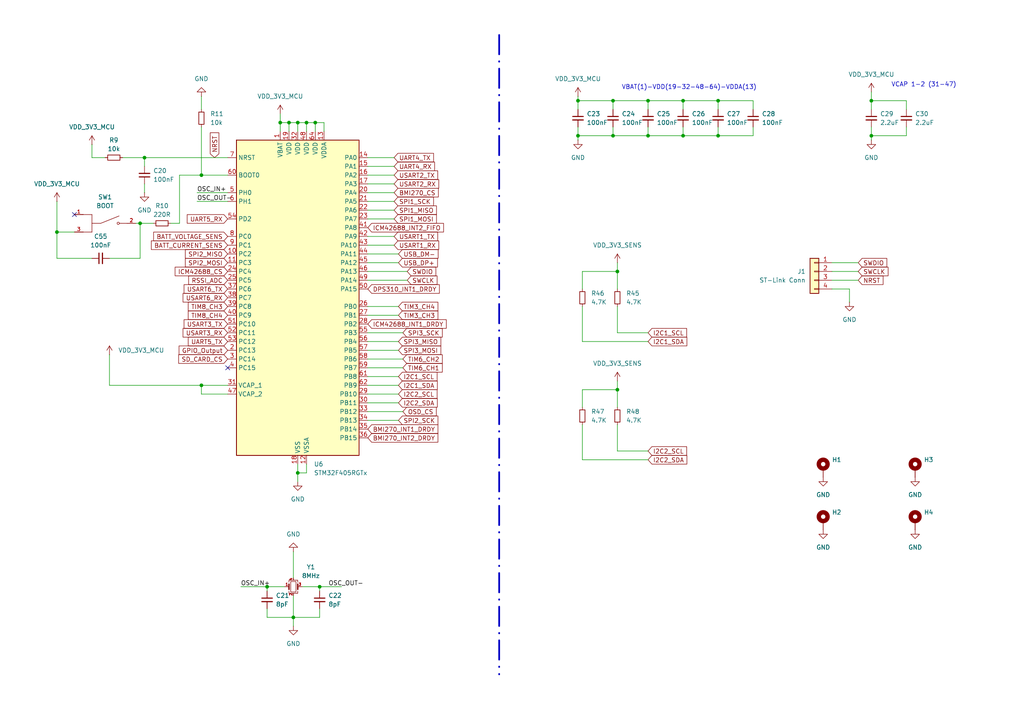
<source format=kicad_sch>
(kicad_sch (version 20250114) (generator "eeschema") (generator_version "9.0")
  (paper "A4")
  (lib_symbols
    (symbol "Connector_Generic:Conn_01x04" (pin_names (offset 1.016) (hide yes))
      (property "Reference" "J" (at 0 5.08 0))
      (property "Value" "Conn_01x04" (at 0 -7.62 0))
      (symbol "Conn_01x04_1_1"
        (rectangle (start -1.27 3.81) (end 1.27 -6.35) (stroke (width 0.254)) (fill (type background)))
        (rectangle (start -1.27 2.667) (end 0 2.413) (stroke (width 0.1524)))
        (rectangle (start -1.27 0.127) (end 0 -0.127) (stroke (width 0.1524)))
        (rectangle (start -1.27 -2.413) (end 0 -2.667) (stroke (width 0.1524)))
        (rectangle (start -1.27 -4.953) (end 0 -5.207) (stroke (width 0.1524)))
        (pin passive line (at -5.08 2.54 0) (length 3.81) (name "Pin_1") (number "1"))
        (pin passive line (at -5.08 0 0) (length 3.81) (name "Pin_2") (number "2"))
        (pin passive line (at -5.08 -2.54 0) (length 3.81) (name "Pin_3") (number "3"))
        (pin passive line (at -5.08 -5.08 0) (length 3.81) (name "Pin_4") (number "4"))
      )
    )
    (symbol "Device:C_Small" (pin_numbers (hide yes)) (pin_names (offset 0.254) (hide yes))
      (property "Reference" "C" (at 0.254 1.778 0))
      (property "Value" "C_Small" (at 0.254 -2.032 0))
      (symbol "C_Small_0_1"
        (polyline (pts (xy -1.524 0.508) (xy 1.524 0.508)) (stroke (width 0.3048)))
        (polyline (pts (xy -1.524 -0.508) (xy 1.524 -0.508)) (stroke (width 0.3302)))
      )
      (symbol "C_Small_1_1"
        (pin passive line (at 0 2.54 270) (length 2.032) (name "~") (number "1"))
        (pin passive line (at 0 -2.54 90) (length 2.032) (name "~") (number "2"))
      )
    )
    (symbol "Device:Crystal_GND24_Small" (pin_names (offset 1.016) (hide yes))
      (property "Reference" "Y" (at 1.27 4.445 0))
      (property "Value" "Crystal_GND24_Small" (at 1.27 2.54 0))
      (symbol "Crystal_GND24_Small_0_1"
        (polyline (pts (xy -1.27 1.27) (xy -1.27 1.905) (xy 1.27 1.905) (xy 1.27 1.27)))
        (polyline (pts (xy -1.27 -0.762) (xy -1.27 0.762)) (stroke (width 0.381)))
        (polyline (pts (xy -1.27 -1.27) (xy -1.27 -1.905) (xy 1.27 -1.905) (xy 1.27 -1.27)))
        (rectangle (start -0.762 -1.524) (end 0.762 1.524))
        (polyline (pts (xy 1.27 -0.762) (xy 1.27 0.762)) (stroke (width 0.381)))
      )
      (symbol "Crystal_GND24_Small_1_1"
        (pin passive line (at -2.54 0 0) (length 1.27) (name "1") (number "1"))
        (pin passive line (at 0 2.54 270) (length 0.635) (name "4") (number "4"))
        (pin passive line (at 0 -2.54 90) (length 0.635) (name "2") (number "2"))
        (pin passive line (at 2.54 0 180) (length 1.27) (name "3") (number "3"))
      )
    )
    (symbol "Device:R_Small" (pin_numbers (hide yes)) (pin_names (offset 0.254) (hide yes))
      (property "Reference" "R" (at 0.762 0.508 0))
      (property "Value" "R_Small" (at 0.762 -1.016 0))
      (symbol "R_Small_0_1"
        (rectangle (start -0.762 1.778) (end 0.762 -1.778) (stroke (width 0.2032)))
      )
      (symbol "R_Small_1_1"
        (pin passive line (at 0 2.54 270) (length 0.762) (name "~") (number "1"))
        (pin passive line (at 0 -2.54 90) (length 0.762) (name "~") (number "2"))
      )
    )
    (symbol "MCU_ST_STM32F4:STM32F405RGTx"
      (property "Reference" "U" (at -17.78 46.99 0))
      (property "Value" "STM32F405RGTx" (at 10.16 46.99 0))
      (symbol "STM32F405RGTx_0_1"
        (rectangle (start -17.78 -45.72) (end 17.78 45.72) (stroke (width 0.254)) (fill (type background)))
      )
      (symbol "STM32F405RGTx_1_1"
        (pin input line (at -20.32 40.64 0) (length 2.54) (name "NRST") (number "7"))
        (pin input line (at -20.32 35.56 0) (length 2.54) (name "BOOT0") (number "60"))
        (pin bidirectional line (at -20.32 30.48 0) (length 2.54) (name "PH0") (number "5"))
        (pin bidirectional line (at -20.32 27.94 0) (length 2.54) (name "PH1") (number "6"))
        (pin bidirectional line (at -20.32 22.86 0) (length 2.54) (name "PD2") (number "54"))
        (pin bidirectional line (at -20.32 17.78 0) (length 2.54) (name "PC0") (number "8"))
        (pin bidirectional line (at -20.32 15.24 0) (length 2.54) (name "PC1") (number "9"))
        (pin bidirectional line (at -20.32 12.7 0) (length 2.54) (name "PC2") (number "10"))
        (pin bidirectional line (at -20.32 10.16 0) (length 2.54) (name "PC3") (number "11"))
        (pin bidirectional line (at -20.32 7.62 0) (length 2.54) (name "PC4") (number "24"))
        (pin bidirectional line (at -20.32 5.08 0) (length 2.54) (name "PC5") (number "25"))
        (pin bidirectional line (at -20.32 2.54 0) (length 2.54) (name "PC6") (number "37"))
        (pin bidirectional line (at -20.32 0 0) (length 2.54) (name "PC7") (number "38"))
        (pin bidirectional line (at -20.32 -2.54 0) (length 2.54) (name "PC8") (number "39"))
        (pin bidirectional line (at -20.32 -5.08 0) (length 2.54) (name "PC9") (number "40"))
        (pin bidirectional line (at -20.32 -7.62 0) (length 2.54) (name "PC10") (number "51"))
        (pin bidirectional line (at -20.32 -10.16 0) (length 2.54) (name "PC11") (number "52"))
        (pin bidirectional line (at -20.32 -12.7 0) (length 2.54) (name "PC12") (number "53"))
        (pin bidirectional line (at -20.32 -15.24 0) (length 2.54) (name "PC13") (number "2"))
        (pin bidirectional line (at -20.32 -17.78 0) (length 2.54) (name "PC14") (number "3"))
        (pin bidirectional line (at -20.32 -20.32 0) (length 2.54) (name "PC15") (number "4"))
        (pin power_out line (at -20.32 -25.4 0) (length 2.54) (name "VCAP_1") (number "31"))
        (pin power_out line (at -20.32 -27.94 0) (length 2.54) (name "VCAP_2") (number "47"))
        (pin power_in line (at -5.08 48.26 270) (length 2.54) (name "VBAT") (number "1"))
        (pin power_in line (at -2.54 48.26 270) (length 2.54) (name "VDD") (number "19"))
        (pin power_in line (at 0 48.26 270) (length 2.54) (name "VDD") (number "32"))
        (pin power_in line (at 0 -48.26 90) (length 2.54) (name "VSS") (number "18"))
        (pin passive line (at 0 -48.26 90) (length 2.54) (hide yes) (name "VSS") (number "63"))
        (pin power_in line (at 2.54 48.26 270) (length 2.54) (name "VDD") (number "48"))
        (pin power_in line (at 2.54 -48.26 90) (length 2.54) (name "VSSA") (number "12"))
        (pin power_in line (at 5.08 48.26 270) (length 2.54) (name "VDD") (number "64"))
        (pin power_in line (at 7.62 48.26 270) (length 2.54) (name "VDDA") (number "13"))
        (pin bidirectional line (at 20.32 40.64 180) (length 2.54) (name "PA0") (number "14"))
        (pin bidirectional line (at 20.32 38.1 180) (length 2.54) (name "PA1") (number "15"))
        (pin bidirectional line (at 20.32 35.56 180) (length 2.54) (name "PA2") (number "16"))
        (pin bidirectional line (at 20.32 33.02 180) (length 2.54) (name "PA3") (number "17"))
        (pin bidirectional line (at 20.32 30.48 180) (length 2.54) (name "PA4") (number "20"))
        (pin bidirectional line (at 20.32 27.94 180) (length 2.54) (name "PA5") (number "21"))
        (pin bidirectional line (at 20.32 25.4 180) (length 2.54) (name "PA6") (number "22"))
        (pin bidirectional line (at 20.32 22.86 180) (length 2.54) (name "PA7") (number "23"))
        (pin bidirectional line (at 20.32 20.32 180) (length 2.54) (name "PA8") (number "41"))
        (pin bidirectional line (at 20.32 17.78 180) (length 2.54) (name "PA9") (number "42"))
        (pin bidirectional line (at 20.32 15.24 180) (length 2.54) (name "PA10") (number "43"))
        (pin bidirectional line (at 20.32 12.7 180) (length 2.54) (name "PA11") (number "44"))
        (pin bidirectional line (at 20.32 10.16 180) (length 2.54) (name "PA12") (number "45"))
        (pin bidirectional line (at 20.32 7.62 180) (length 2.54) (name "PA13") (number "46"))
        (pin bidirectional line (at 20.32 5.08 180) (length 2.54) (name "PA14") (number "49"))
        (pin bidirectional line (at 20.32 2.54 180) (length 2.54) (name "PA15") (number "50"))
        (pin bidirectional line (at 20.32 -2.54 180) (length 2.54) (name "PB0") (number "26"))
        (pin bidirectional line (at 20.32 -5.08 180) (length 2.54) (name "PB1") (number "27"))
        (pin bidirectional line (at 20.32 -7.62 180) (length 2.54) (name "PB2") (number "28"))
        (pin bidirectional line (at 20.32 -10.16 180) (length 2.54) (name "PB3") (number "55"))
        (pin bidirectional line (at 20.32 -12.7 180) (length 2.54) (name "PB4") (number "56"))
        (pin bidirectional line (at 20.32 -15.24 180) (length 2.54) (name "PB5") (number "57"))
        (pin bidirectional line (at 20.32 -17.78 180) (length 2.54) (name "PB6") (number "58"))
        (pin bidirectional line (at 20.32 -20.32 180) (length 2.54) (name "PB7") (number "59"))
        (pin bidirectional line (at 20.32 -22.86 180) (length 2.54) (name "PB8") (number "61"))
        (pin bidirectional line (at 20.32 -25.4 180) (length 2.54) (name "PB9") (number "62"))
        (pin bidirectional line (at 20.32 -27.94 180) (length 2.54) (name "PB10") (number "29"))
        (pin bidirectional line (at 20.32 -30.48 180) (length 2.54) (name "PB11") (number "30"))
        (pin bidirectional line (at 20.32 -33.02 180) (length 2.54) (name "PB12") (number "33"))
        (pin bidirectional line (at 20.32 -35.56 180) (length 2.54) (name "PB13") (number "34"))
        (pin bidirectional line (at 20.32 -38.1 180) (length 2.54) (name "PB14") (number "35"))
        (pin bidirectional line (at 20.32 -40.64 180) (length 2.54) (name "PB15") (number "36"))
      )
    )
    (symbol "Mechanical:MountingHole_Pad" (pin_numbers (hide yes)) (pin_names (offset 1.016) (hide yes)) (in_bom no)
      (property "Reference" "H" (at 0 6.35 0))
      (property "Value" "MountingHole_Pad" (at 0 4.445 0))
      (symbol "MountingHole_Pad_0_1"
        (circle (center 0 1.27) (radius 1.27) (stroke (width 1.27)))
      )
      (symbol "MountingHole_Pad_1_1"
        (pin input line (at 0 -2.54 90) (length 2.54) (name "1") (number "1"))
      )
    )
    (symbol "TL3340AF160QG:TL3340AF160QG" (pin_names (offset 1.016))
      (property "Reference" "S" (at -2.54 2.54 0))
      (property "Value" "TL3340AF160QG" (at -2.54 -2.54 0))
      (symbol "TL3340AF160QG_0_0"
        (polyline (pts (xy -5.08 2.54) (xy -7.62 2.54)) (stroke (width 0.1524)))
        (polyline (pts (xy -5.08 2.54) (xy -5.08 -2.54)) (stroke (width 0.1524)))
        (polyline (pts (xy -5.08 -2.54) (xy -7.62 -2.54)) (stroke (width 0.1524)))
        (polyline (pts (xy -2.54 0) (xy -5.08 0)) (stroke (width 0.1524)))
        (polyline (pts (xy -2.54 0) (xy 2.794 2.1336)) (stroke (width 0.1524)))
        (circle (center 2.54 0) (radius 0.3302) (stroke (width 0.1524)))
        (polyline (pts (xy 5.08 0) (xy 2.921 0)) (stroke (width 0.1524)))
        (pin passive line (at -10.16 2.54 0) (length 2.54) (name "~") (number "1"))
        (pin passive line (at -10.16 -2.54 0) (length 2.54) (name "~") (number "3"))
        (pin passive line (at 7.62 0 180) (length 2.54) (name "~") (number "2"))
      )
    )
    (symbol "power:GND" (power) (pin_numbers (hide yes)) (pin_names (offset 0) (hide yes))
      (property "Value" "GND" (at 0 -3.81 0))
      (symbol "GND_0_1"
        (polyline (pts (xy 0 0) (xy 0 -1.27) (xy 1.27 -1.27) (xy 0 -2.54) (xy -1.27 -1.27) (xy 0 -1.27)))
      )
      (symbol "GND_1_1"
        (pin power_in line (at 0 0 270) (length 0) (name "~") (number "1"))
      )
    )
    (symbol "power:VCC" (power) (pin_numbers (hide yes)) (pin_names (offset 0) (hide yes))
      (property "Value" "VCC" (at 0 3.556 0))
      (symbol "VCC_0_1"
        (polyline (pts (xy -0.762 1.27) (xy 0 2.54)))
        (polyline (pts (xy 0 2.54) (xy 0.762 1.27)))
        (polyline (pts (xy 0 0) (xy 0 2.54)))
      )
      (symbol "VCC_1_1"
        (pin power_in line (at 0 0 90) (length 0) (name "~") (number "1"))
      )
    )
  )
  (text "VBAT(1)-VDD(19-32-48-64)-VDDA(13)" (at 199.898 25.4 0) (effects (font (size 1.27 1.27))))
  (text "VCAP 1-2 (31-47)" (at 267.97 24.638 0) (effects (font (size 1.27 1.27))))
  (junction (at 58.42 111.76))
  (junction (at 167.64 39.37))
  (junction (at 86.36 35.56))
  (junction (at 187.96 29.21))
  (junction (at 16.51 67.31))
  (junction (at 208.28 29.21))
  (junction (at 85.09 179.07))
  (junction (at 88.9 35.56))
  (junction (at 252.73 39.37))
  (junction (at 167.64 29.21))
  (junction (at 91.44 35.56))
  (junction (at 198.12 39.37))
  (junction (at 40.64 64.77))
  (junction (at 86.36 137.16))
  (junction (at 58.42 50.8))
  (junction (at 179.07 78.74))
  (junction (at 92.71 170.18))
  (junction (at 252.73 29.21))
  (junction (at 198.12 29.21))
  (junction (at 179.07 113.03))
  (junction (at 177.8 39.37))
  (junction (at 77.47 170.18))
  (junction (at 41.91 45.72))
  (junction (at 83.82 35.56))
  (junction (at 208.28 39.37))
  (junction (at 177.8 29.21))
  (junction (at 81.28 35.56))
  (junction (at 187.96 39.37))
  (no_connect (at 66.04 106.68))
  (no_connect (at 21.59 62.23))
  (wire (pts (xy 58.42 27.94) (xy 58.42 31.75)))
  (wire (pts (xy 168.91 83.82) (xy 168.91 78.74)))
  (wire (pts (xy 252.73 39.37) (xy 252.73 40.64)))
  (wire (pts (xy 66.04 114.3) (xy 58.42 114.3)))
  (wire (pts (xy 208.28 29.21) (xy 198.12 29.21)))
  (wire (pts (xy 41.91 53.34) (xy 41.91 55.88)))
  (wire (pts (xy 179.07 78.74) (xy 179.07 83.82)))
  (wire (pts (xy 83.82 35.56) (xy 81.28 35.56)))
  (wire (pts (xy 40.64 64.77) (xy 39.37 64.77)))
  (wire (pts (xy 114.3 55.88) (xy 106.68 55.88)))
  (wire (pts (xy 106.68 96.52) (xy 116.84 96.52)))
  (wire (pts (xy 115.57 116.84) (xy 106.68 116.84)))
  (wire (pts (xy 81.28 35.56) (xy 81.28 38.1)))
  (wire (pts (xy 198.12 39.37) (xy 187.96 39.37)))
  (wire (pts (xy 115.57 99.06) (xy 106.68 99.06)))
  (wire (pts (xy 115.57 109.22) (xy 106.68 109.22)))
  (wire (pts (xy 187.96 29.21) (xy 177.8 29.21)))
  (wire (pts (xy 177.8 29.21) (xy 167.64 29.21)))
  (wire (pts (xy 86.36 35.56) (xy 83.82 35.56)))
  (wire (pts (xy 86.36 134.62) (xy 86.36 137.16)))
  (wire (pts (xy 246.38 83.82) (xy 246.38 87.63)))
  (wire (pts (xy 168.91 118.11) (xy 168.91 113.03)))
  (wire (pts (xy 116.84 104.14) (xy 106.68 104.14)))
  (wire (pts (xy 179.07 130.81) (xy 187.96 130.81)))
  (wire (pts (xy 241.3 83.82) (xy 246.38 83.82)))
  (wire (pts (xy 31.75 74.93) (xy 40.64 74.93)))
  (wire (pts (xy 115.57 121.92) (xy 106.68 121.92)))
  (wire (pts (xy 252.73 29.21) (xy 252.73 31.75)))
  (wire (pts (xy 114.3 63.5) (xy 106.68 63.5)))
  (wire (pts (xy 262.89 29.21) (xy 252.73 29.21)))
  (wire (pts (xy 114.3 68.58) (xy 106.68 68.58)))
  (wire (pts (xy 252.73 36.83) (xy 252.73 39.37)))
  (wire (pts (xy 168.91 78.74) (xy 179.07 78.74)))
  (wire (pts (xy 167.64 36.83) (xy 167.64 39.37)))
  (wire (pts (xy 114.3 60.96) (xy 106.68 60.96)))
  (wire (pts (xy 86.36 38.1) (xy 86.36 35.56)))
  (wire (pts (xy 177.8 39.37) (xy 167.64 39.37)))
  (wire (pts (xy 91.44 38.1) (xy 91.44 35.56)))
  (wire (pts (xy 52.07 50.8) (xy 52.07 64.77)))
  (wire (pts (xy 85.09 172.72) (xy 85.09 179.07)))
  (wire (pts (xy 16.51 74.93) (xy 26.67 74.93)))
  (wire (pts (xy 114.3 53.34) (xy 106.68 53.34)))
  (wire (pts (xy 167.64 29.21) (xy 167.64 31.75)))
  (wire (pts (xy 187.96 31.75) (xy 187.96 29.21)))
  (wire (pts (xy 88.9 137.16) (xy 86.36 137.16)))
  (wire (pts (xy 168.91 99.06) (xy 168.91 88.9)))
  (wire (pts (xy 52.07 50.8) (xy 58.42 50.8)))
  (wire (pts (xy 31.75 111.76) (xy 31.75 102.87)))
  (wire (pts (xy 114.3 58.42) (xy 106.68 58.42)))
  (wire (pts (xy 58.42 114.3) (xy 58.42 111.76)))
  (wire (pts (xy 16.51 67.31) (xy 16.51 74.93)))
  (wire (pts (xy 167.64 27.94) (xy 167.64 29.21)))
  (wire (pts (xy 40.64 64.77) (xy 44.45 64.77)))
  (wire (pts (xy 16.51 67.31) (xy 21.59 67.31)))
  (wire (pts (xy 92.71 170.18) (xy 99.06 170.18)))
  (wire (pts (xy 187.96 36.83) (xy 187.96 39.37)))
  (wire (pts (xy 85.09 179.07) (xy 77.47 179.07)))
  (wire (pts (xy 114.3 50.8) (xy 106.68 50.8)))
  (wire (pts (xy 177.8 36.83) (xy 177.8 39.37)))
  (wire (pts (xy 262.89 36.83) (xy 262.89 39.37)))
  (wire (pts (xy 179.07 76.2) (xy 179.07 78.74)))
  (wire (pts (xy 262.89 39.37) (xy 252.73 39.37)))
  (wire (pts (xy 115.57 73.66) (xy 106.68 73.66)))
  (wire (pts (xy 93.98 35.56) (xy 91.44 35.56)))
  (wire (pts (xy 198.12 29.21) (xy 187.96 29.21)))
  (wire (pts (xy 115.57 114.3) (xy 106.68 114.3)))
  (wire (pts (xy 167.64 39.37) (xy 167.64 40.64)))
  (wire (pts (xy 106.68 91.44) (xy 115.57 91.44)))
  (wire (pts (xy 187.96 99.06) (xy 168.91 99.06)))
  (wire (pts (xy 218.44 31.75) (xy 218.44 29.21)))
  (wire (pts (xy 241.3 81.28) (xy 248.92 81.28)))
  (wire (pts (xy 41.91 45.72) (xy 66.04 45.72)))
  (wire (pts (xy 57.15 58.42) (xy 66.04 58.42)))
  (wire (pts (xy 77.47 179.07) (xy 77.47 176.53)))
  (wire (pts (xy 179.07 113.03) (xy 179.07 118.11)))
  (wire (pts (xy 208.28 39.37) (xy 198.12 39.37)))
  (wire (pts (xy 115.57 111.76) (xy 106.68 111.76)))
  (wire (pts (xy 179.07 123.19) (xy 179.07 130.81)))
  (wire (pts (xy 218.44 39.37) (xy 208.28 39.37)))
  (wire (pts (xy 92.71 176.53) (xy 92.71 179.07)))
  (wire (pts (xy 198.12 31.75) (xy 198.12 29.21)))
  (wire (pts (xy 262.89 31.75) (xy 262.89 29.21)))
  (wire (pts (xy 187.96 133.35) (xy 168.91 133.35)))
  (wire (pts (xy 26.67 41.91) (xy 26.67 45.72)))
  (wire (pts (xy 241.3 76.2) (xy 248.92 76.2)))
  (wire (pts (xy 252.73 26.67) (xy 252.73 29.21)))
  (wire (pts (xy 168.91 113.03) (xy 179.07 113.03)))
  (wire (pts (xy 88.9 38.1) (xy 88.9 35.56)))
  (wire (pts (xy 115.57 101.6) (xy 106.68 101.6)))
  (wire (pts (xy 114.3 71.12) (xy 106.68 71.12)))
  (wire (pts (xy 91.44 35.56) (xy 88.9 35.56)))
  (wire (pts (xy 115.57 88.9) (xy 106.68 88.9)))
  (wire (pts (xy 179.07 88.9) (xy 179.07 96.52)))
  (wire (pts (xy 92.71 179.07) (xy 85.09 179.07)))
  (wire (pts (xy 81.28 33.02) (xy 81.28 35.56)))
  (wire (pts (xy 241.3 78.74) (xy 248.92 78.74)))
  (wire (pts (xy 177.8 31.75) (xy 177.8 29.21)))
  (wire (pts (xy 92.71 170.18) (xy 92.71 171.45)))
  (wire (pts (xy 82.55 170.18) (xy 77.47 170.18)))
  (wire (pts (xy 26.67 45.72) (xy 30.48 45.72)))
  (wire (pts (xy 57.15 55.88) (xy 66.04 55.88)))
  (wire (pts (xy 179.07 96.52) (xy 187.96 96.52)))
  (wire (pts (xy 114.3 48.26) (xy 106.68 48.26)))
  (wire (pts (xy 116.84 106.68) (xy 106.68 106.68)))
  (wire (pts (xy 58.42 36.83) (xy 58.42 50.8)))
  (polyline (pts (xy 144.78 10.16) (xy 144.78 195.58)) (stroke (width 0.508) (type dash_dot)))
  (wire (pts (xy 66.04 111.76) (xy 58.42 111.76)))
  (wire (pts (xy 77.47 170.18) (xy 77.47 171.45)))
  (wire (pts (xy 52.07 64.77) (xy 49.53 64.77)))
  (wire (pts (xy 86.36 137.16) (xy 86.36 139.7)))
  (wire (pts (xy 83.82 38.1) (xy 83.82 35.56)))
  (wire (pts (xy 218.44 29.21) (xy 208.28 29.21)))
  (wire (pts (xy 85.09 160.02) (xy 85.09 167.64)))
  (wire (pts (xy 187.96 39.37) (xy 177.8 39.37)))
  (wire (pts (xy 93.98 38.1) (xy 93.98 35.56)))
  (wire (pts (xy 85.09 179.07) (xy 85.09 181.61)))
  (wire (pts (xy 208.28 36.83) (xy 208.28 39.37)))
  (wire (pts (xy 208.28 31.75) (xy 208.28 29.21)))
  (wire (pts (xy 179.07 110.49) (xy 179.07 113.03)))
  (wire (pts (xy 116.84 119.38) (xy 106.68 119.38)))
  (wire (pts (xy 58.42 111.76) (xy 31.75 111.76)))
  (wire (pts (xy 87.63 170.18) (xy 92.71 170.18)))
  (wire (pts (xy 114.3 45.72) (xy 106.68 45.72)))
  (wire (pts (xy 218.44 36.83) (xy 218.44 39.37)))
  (wire (pts (xy 198.12 36.83) (xy 198.12 39.37)))
  (wire (pts (xy 40.64 64.77) (xy 40.64 74.93)))
  (wire (pts (xy 118.11 78.74) (xy 106.68 78.74)))
  (wire (pts (xy 41.91 45.72) (xy 41.91 48.26)))
  (wire (pts (xy 58.42 50.8) (xy 66.04 50.8)))
  (wire (pts (xy 35.56 45.72) (xy 41.91 45.72)))
  (wire (pts (xy 106.68 81.28) (xy 118.11 81.28)))
  (wire (pts (xy 69.85 170.18) (xy 77.47 170.18)))
  (wire (pts (xy 88.9 35.56) (xy 86.36 35.56)))
  (wire (pts (xy 106.68 76.2) (xy 115.57 76.2)))
  (wire (pts (xy 16.51 67.31) (xy 16.51 58.42)))
  (wire (pts (xy 168.91 133.35) (xy 168.91 123.19)))
  (wire (pts (xy 88.9 134.62) (xy 88.9 137.16)))
  (label "OSC_OUT-" (at 95.25 170.18 0))
  (label "OSC_IN+" (at 57.15 55.88 0))
  (label "OSC_OUT-" (at 57.15 58.42 0))
  (label "OSC_IN+" (at 69.85 170.18 0))
  (global_label "BATT_VOLTAGE_SENS" (shape input) (at 66.04 68.58 180) (property "Intersheetrefs" "${INTERSHEET_REFS}" (effects (hide yes))))
  (global_label "I2C1_SCL" (shape input) (at 187.96 96.52 0) (property "Intersheetrefs" "${INTERSHEET_REFS}" (effects (hide yes))))
  (global_label "TIM6_CH1" (shape input) (at 116.84 106.68 0) (property "Intersheetrefs" "${INTERSHEET_REFS}" (effects (hide yes))))
  (global_label "I2C1_SDA" (shape input) (at 115.57 111.76 0) (property "Intersheetrefs" "${INTERSHEET_REFS}" (effects (hide yes))))
  (global_label "NRST" (shape input) (at 248.92 81.28 0) (property "Intersheetrefs" "${INTERSHEET_REFS}" (effects (hide yes))))
  (global_label "I2C1_SCL" (shape input) (at 115.57 109.22 0) (property "Intersheetrefs" "${INTERSHEET_REFS}" (effects (hide yes))))
  (global_label "UART4_RX" (shape input) (at 114.3 48.26 0) (property "Intersheetrefs" "${INTERSHEET_REFS}" (effects (hide yes))))
  (global_label "SPI2_SCK" (shape input) (at 115.57 121.92 0) (property "Intersheetrefs" "${INTERSHEET_REFS}" (effects (hide yes))))
  (global_label "GPIO_Output" (shape input) (at 66.04 101.6 180) (property "Intersheetrefs" "${INTERSHEET_REFS}" (effects (hide yes))))
  (global_label "USART3_RX" (shape input) (at 66.04 96.52 180) (property "Intersheetrefs" "${INTERSHEET_REFS}" (effects (hide yes))))
  (global_label "TIM8_CH3" (shape input) (at 66.04 88.9 180) (property "Intersheetrefs" "${INTERSHEET_REFS}" (effects (hide yes))))
  (global_label "USART6_TX" (shape input) (at 66.04 83.82 180) (property "Intersheetrefs" "${INTERSHEET_REFS}" (effects (hide yes))))
  (global_label "USART3_TX" (shape input) (at 66.04 93.98 180) (property "Intersheetrefs" "${INTERSHEET_REFS}" (effects (hide yes))))
  (global_label "RSSI_ADC" (shape input) (at 66.04 81.28 180) (property "Intersheetrefs" "${INTERSHEET_REFS}" (effects (hide yes))))
  (global_label "SWCLK" (shape input) (at 248.92 78.74 0) (property "Intersheetrefs" "${INTERSHEET_REFS}" (effects (hide yes))))
  (global_label "SWDIO" (shape input) (at 248.92 76.2 0) (property "Intersheetrefs" "${INTERSHEET_REFS}" (effects (hide yes))))
  (global_label "USART2_RX" (shape input) (at 114.3 53.34 0) (property "Intersheetrefs" "${INTERSHEET_REFS}" (effects (hide yes))))
  (global_label "SD_CARD_CS" (shape input) (at 66.04 104.14 180) (property "Intersheetrefs" "${INTERSHEET_REFS}" (effects (hide yes))))
  (global_label "BMI270_INT1_DRDY" (shape input) (at 106.68 124.46 0) (property "Intersheetrefs" "${INTERSHEET_REFS}" (effects (hide yes))))
  (global_label "ICM42688_CS" (shape input) (at 66.04 78.74 180) (property "Intersheetrefs" "${INTERSHEET_REFS}" (effects (hide yes))))
  (global_label "SPI3_MOSI" (shape input) (at 115.57 101.6 0) (property "Intersheetrefs" "${INTERSHEET_REFS}" (effects (hide yes))))
  (global_label "USART6_RX" (shape input) (at 66.04 86.36 180) (property "Intersheetrefs" "${INTERSHEET_REFS}" (effects (hide yes))))
  (global_label "UART5_RX" (shape input) (at 66.04 63.5 180) (property "Intersheetrefs" "${INTERSHEET_REFS}" (effects (hide yes))))
  (global_label "SWCLK" (shape input) (at 118.11 81.28 0) (property "Intersheetrefs" "${INTERSHEET_REFS}" (effects (hide yes))))
  (global_label "NRST" (shape input) (at 62.23 45.72 90) (property "Intersheetrefs" "${INTERSHEET_REFS}" (effects (hide yes))))
  (global_label "TIM6_CH2" (shape input) (at 116.84 104.14 0) (property "Intersheetrefs" "${INTERSHEET_REFS}" (effects (hide yes))))
  (global_label "BATT_CURRENT_SENS" (shape input) (at 66.04 71.12 180) (property "Intersheetrefs" "${INTERSHEET_REFS}" (effects (hide yes))))
  (global_label "SPI2_MISO" (shape input) (at 66.04 73.66 180) (property "Intersheetrefs" "${INTERSHEET_REFS}" (effects (hide yes))))
  (global_label "SPI3_SCK" (shape input) (at 116.84 96.52 0) (property "Intersheetrefs" "${INTERSHEET_REFS}" (effects (hide yes))))
  (global_label "USART1_RX" (shape input) (at 114.3 71.12 0) (property "Intersheetrefs" "${INTERSHEET_REFS}" (effects (hide yes))))
  (global_label "SPI2_MOSI" (shape input) (at 66.04 76.2 180) (property "Intersheetrefs" "${INTERSHEET_REFS}" (effects (hide yes))))
  (global_label "DPS310_INT1_DRDY" (shape input) (at 106.68 83.82 0) (property "Intersheetrefs" "${INTERSHEET_REFS}" (effects (hide yes))))
  (global_label "BMI270_CS" (shape input) (at 114.3 55.88 0) (property "Intersheetrefs" "${INTERSHEET_REFS}" (effects (hide yes))))
  (global_label "I2C1_SDA" (shape input) (at 187.96 99.06 0) (property "Intersheetrefs" "${INTERSHEET_REFS}" (effects (hide yes))))
  (global_label "I2C2_SCL" (shape input) (at 115.57 114.3 0) (property "Intersheetrefs" "${INTERSHEET_REFS}" (effects (hide yes))))
  (global_label "TIM3_CH4" (shape input) (at 115.57 88.9 0) (property "Intersheetrefs" "${INTERSHEET_REFS}" (effects (hide yes))))
  (global_label "USB_DP+" (shape input) (at 115.57 76.2 0) (property "Intersheetrefs" "${INTERSHEET_REFS}" (effects (hide yes))))
  (global_label "ICM42688_INT1_DRDY" (shape input) (at 106.68 93.98 0) (property "Intersheetrefs" "${INTERSHEET_REFS}" (effects (hide yes))))
  (global_label "USB_DM-" (shape input) (at 115.57 73.66 0) (property "Intersheetrefs" "${INTERSHEET_REFS}" (effects (hide yes))))
  (global_label "I2C2_SDA" (shape input) (at 115.57 116.84 0) (property "Intersheetrefs" "${INTERSHEET_REFS}" (effects (hide yes))))
  (global_label "UART4_TX" (shape input) (at 114.3 45.72 0) (property "Intersheetrefs" "${INTERSHEET_REFS}" (effects (hide yes))))
  (global_label "SPI1_MISO" (shape input) (at 114.3 60.96 0) (property "Intersheetrefs" "${INTERSHEET_REFS}" (effects (hide yes))))
  (global_label "SPI1_SCK" (shape input) (at 114.3 58.42 0) (property "Intersheetrefs" "${INTERSHEET_REFS}" (effects (hide yes))))
  (global_label "BMI270_INT2_DRDY" (shape input) (at 106.68 127 0) (property "Intersheetrefs" "${INTERSHEET_REFS}" (effects (hide yes))))
  (global_label "TIM8_CH4" (shape input) (at 66.04 91.44 180) (property "Intersheetrefs" "${INTERSHEET_REFS}" (effects (hide yes))))
  (global_label "USART1_TX" (shape input) (at 114.3 68.58 0) (property "Intersheetrefs" "${INTERSHEET_REFS}" (effects (hide yes))))
  (global_label "USART2_TX" (shape input) (at 114.3 50.8 0) (property "Intersheetrefs" "${INTERSHEET_REFS}" (effects (hide yes))))
  (global_label "SWDIO" (shape input) (at 118.11 78.74 0) (property "Intersheetrefs" "${INTERSHEET_REFS}" (effects (hide yes))))
  (global_label "SPI1_MOSI" (shape input) (at 114.3 63.5 0) (property "Intersheetrefs" "${INTERSHEET_REFS}" (effects (hide yes))))
  (global_label "I2C2_SCL" (shape input) (at 187.96 130.81 0) (property "Intersheetrefs" "${INTERSHEET_REFS}" (effects (hide yes))))
  (global_label "TIM3_CH3" (shape input) (at 115.57 91.44 0) (property "Intersheetrefs" "${INTERSHEET_REFS}" (effects (hide yes))))
  (global_label "UART5_TX" (shape input) (at 66.04 99.06 180) (property "Intersheetrefs" "${INTERSHEET_REFS}" (effects (hide yes))))
  (global_label "I2C2_SDA" (shape input) (at 187.96 133.35 0) (property "Intersheetrefs" "${INTERSHEET_REFS}" (effects (hide yes))))
  (global_label "ICM42688_INT2_FIFO" (shape input) (at 106.68 66.04 0) (property "Intersheetrefs" "${INTERSHEET_REFS}" (effects (hide yes))))
  (global_label "SPI3_MISO" (shape input) (at 115.57 99.06 0) (property "Intersheetrefs" "${INTERSHEET_REFS}" (effects (hide yes))))
  (global_label "OSD_CS" (shape input) (at 116.84 119.38 0) (property "Intersheetrefs" "${INTERSHEET_REFS}" (effects (hide yes))))
  (symbol (lib_id "Device:R_Small") (at 168.91 120.65 180) (unit 1)
    (property "Reference" "R47" (at 171.45 119.3799 0) (effects (justify right)))
    (property "Value" "4.7K" (at 171.45 121.9199 0) (effects (justify right)))
    (property "Footprint" "Resistor_SMD:R_0402_1005Metric" (effects (hide yes)))
    (property "Description" "Resistor, small symbol" (effects (hide yes)))
  )
  (symbol (lib_id "power:VCC") (at 26.67 41.91 0) (unit 1)
    (property "Reference" "#PWR037" (effects (hide yes)))
    (property "Value" "VDD_3V3_MCU" (at 26.67 36.83 0))
    (property "Description" "Power symbol creates a global label with name \"VCC\"" (effects (hide yes)))
  )
  (symbol (lib_id "power:GND") (at 167.64 40.64 0) (unit 1)
    (property "Reference" "#PWR045" (effects (hide yes)))
    (property "Value" "GND" (at 167.64 45.72 0))
    (property "Description" "Power symbol creates a global label with name \"GND\" , ground" (effects (hide yes)))
  )
  (symbol (lib_id "power:VCC") (at 179.07 76.2 0) (unit 1)
    (property "Reference" "#PWR0116" (effects (hide yes)))
    (property "Value" "VDD_3V3_SENS" (at 179.07 71.12 0))
    (property "Description" "Power symbol creates a global label with name \"VCC\"" (effects (hide yes)))
  )
  (symbol (lib_id "Connector_Generic:Conn_01x04") (at 236.22 78.74 0) (mirror y) (unit 1)
    (property "Reference" "J1" (at 233.68 78.7399 0) (effects (justify left)))
    (property "Value" "ST-Link Conn" (at 233.68 81.2799 0) (effects (justify left)))
    (property "Footprint" "Connector_JST:JST_GH_SM04B-GHS-TB_1x04-1MP_P1.25mm_Horizontal" (effects (hide yes)))
    (property "Description" "Generic connector, single row, 01x04, script generated (kicad-library-utils/schlib/autogen/connector/)" (effects (hide yes)))
  )
  (symbol (lib_id "power:VCC") (at 179.07 110.49 0) (unit 1)
    (property "Reference" "#PWR0117" (effects (hide yes)))
    (property "Value" "VDD_3V3_SENS" (at 179.07 105.41 0))
    (property "Description" "Power symbol creates a global label with name \"VCC\"" (effects (hide yes)))
  )
  (symbol (lib_id "Mechanical:MountingHole_Pad") (at 238.76 151.13 0) (unit 1) (in_bom no)
    (property "Reference" "H2" (at 241.3 148.5899 0) (effects (justify left)))
    (property "Value" "MountingHole_Pad" (effects (hide yes)))
    (property "Footprint" "MountingHole:MountingHole_3.2mm_M3_Pad_Via" (effects (hide yes)))
    (property "Description" "Mounting Hole with connection" (effects (hide yes)))
  )
  (symbol (lib_id "power:VCC") (at 252.73 26.67 0) (unit 1)
    (property "Reference" "#PWR051" (effects (hide yes)))
    (property "Value" "VDD_3V3_MCU" (at 252.73 21.59 0))
    (property "Description" "Power symbol creates a global label with name \"VCC\"" (effects (hide yes)))
  )
  (symbol (lib_id "power:GND") (at 246.38 87.63 0) (unit 1)
    (property "Reference" "#PWR050" (effects (hide yes)))
    (property "Value" "GND" (at 246.38 92.71 0))
    (property "Description" "Power symbol creates a global label with name \"GND\" , ground" (effects (hide yes)))
  )
  (symbol (lib_id "power:GND") (at 85.09 160.02 180) (unit 1)
    (property "Reference" "#PWR041" (effects (hide yes)))
    (property "Value" "GND" (at 85.09 154.94 0))
    (property "Description" "Power symbol creates a global label with name \"GND\" , ground" (effects (hide yes)))
  )
  (symbol (lib_id "Device:C_Small") (at 262.89 34.29 0) (unit 1)
    (property "Reference" "C30" (at 265.43 33.0262 0) (effects (justify left)))
    (property "Value" "2.2uF" (at 265.43 35.5662 0) (effects (justify left)))
    (property "Footprint" "Capacitor_SMD:C_0402_1005Metric" (effects (hide yes)))
    (property "Description" "Unpolarized capacitor, small symbol" (effects (hide yes)))
  )
  (symbol (lib_id "Device:C_Small") (at 208.28 34.29 0) (unit 1)
    (property "Reference" "C27" (at 210.82 33.0262 0) (effects (justify left)))
    (property "Value" "100nF" (at 210.82 35.5662 0) (effects (justify left)))
    (property "Footprint" "Capacitor_SMD:C_0402_1005Metric" (effects (hide yes)))
    (property "Description" "Unpolarized capacitor, small symbol" (effects (hide yes)))
  )
  (symbol (lib_id "Device:R_Small") (at 33.02 45.72 90) (unit 1)
    (property "Reference" "R9" (at 33.02 40.64 90))
    (property "Value" "10k" (at 33.02 43.18 90))
    (property "Footprint" "Resistor_SMD:R_0402_1005Metric" (effects (hide yes)))
    (property "Description" "Resistor, small symbol" (effects (hide yes)))
  )
  (symbol (lib_id "power:VCC") (at 81.28 33.02 0) (unit 1)
    (property "Reference" "#PWR040" (effects (hide yes)))
    (property "Value" "VDD_3V3_MCU" (at 81.28 27.94 0))
    (property "Description" "Power symbol creates a global label with name \"VCC\"" (effects (hide yes)))
  )
  (symbol (lib_id "power:VCC") (at 16.51 58.42 0) (unit 1)
    (property "Reference" "#PWR0112" (effects (hide yes)))
    (property "Value" "VDD_3V3_MCU" (at 16.51 53.34 0))
    (property "Description" "Power symbol creates a global label with name \"VCC\"" (effects (hide yes)))
  )
  (symbol (lib_id "Mechanical:MountingHole_Pad") (at 265.43 151.13 0) (unit 1) (in_bom no)
    (property "Reference" "H4" (at 267.97 148.5899 0) (effects (justify left)))
    (property "Value" "MountingHole_Pad" (effects (hide yes)))
    (property "Footprint" "MountingHole:MountingHole_3.2mm_M3_Pad_Via" (effects (hide yes)))
    (property "Description" "Mounting Hole with connection" (effects (hide yes)))
  )
  (symbol (lib_id "power:GND") (at 265.43 138.43 0) (unit 1)
    (property "Reference" "#PWR053" (effects (hide yes)))
    (property "Value" "GND" (at 265.43 143.51 0))
    (property "Description" "Power symbol creates a global label with name \"GND\" , ground" (effects (hide yes)))
  )
  (symbol (lib_id "Device:R_Small") (at 58.42 34.29 0) (unit 1)
    (property "Reference" "R11" (at 60.96 33.0199 0) (effects (justify left)))
    (property "Value" "10k" (at 60.96 35.5599 0) (effects (justify left)))
    (property "Footprint" "Resistor_SMD:R_0402_1005Metric" (effects (hide yes)))
    (property "Description" "Resistor, small symbol" (effects (hide yes)))
  )
  (symbol (lib_id "power:GND") (at 265.43 153.67 0) (unit 1)
    (property "Reference" "#PWR054" (effects (hide yes)))
    (property "Value" "GND" (at 265.43 158.75 0))
    (property "Description" "Power symbol creates a global label with name \"GND\" , ground" (effects (hide yes)))
  )
  (symbol (lib_id "Device:C_Small") (at 177.8 34.29 0) (unit 1)
    (property "Reference" "C24" (at 180.34 33.0262 0) (effects (justify left)))
    (property "Value" "100nF" (at 180.34 35.5662 0) (effects (justify left)))
    (property "Footprint" "Capacitor_SMD:C_0402_1005Metric" (effects (hide yes)))
    (property "Description" "Unpolarized capacitor, small symbol" (effects (hide yes)))
  )
  (symbol (lib_id "Device:C_Small") (at 92.71 173.99 0) (unit 1)
    (property "Reference" "C22" (at 95.25 172.7262 0) (effects (justify left)))
    (property "Value" "8pF" (at 95.25 175.2662 0) (effects (justify left)))
    (property "Footprint" "Capacitor_SMD:C_0402_1005Metric" (effects (hide yes)))
    (property "Description" "Unpolarized capacitor, small symbol" (effects (hide yes)))
  )
  (symbol (lib_id "power:GND") (at 252.73 40.64 0) (unit 1)
    (property "Reference" "#PWR052" (effects (hide yes)))
    (property "Value" "GND" (at 252.73 45.72 0))
    (property "Description" "Power symbol creates a global label with name \"GND\" , ground" (effects (hide yes)))
  )
  (symbol (lib_id "Device:C_Small") (at 29.21 74.93 90) (unit 1)
    (property "Reference" "C55" (at 29.2163 68.58 90))
    (property "Value" "100nF" (at 29.2163 71.12 90))
    (property "Footprint" "Capacitor_SMD:C_0402_1005Metric" (effects (hide yes)))
    (property "Description" "Unpolarized capacitor, small symbol" (effects (hide yes)))
  )
  (symbol (lib_id "Device:C_Small") (at 41.91 50.8 180) (unit 1)
    (property "Reference" "C20" (at 44.45 49.5235 0) (effects (justify right)))
    (property "Value" "100nF" (at 44.45 52.0635 0) (effects (justify right)))
    (property "Footprint" "Capacitor_SMD:C_0402_1005Metric" (effects (hide yes)))
    (property "Description" "Unpolarized capacitor, small symbol" (effects (hide yes)))
  )
  (symbol (lib_id "power:VCC") (at 31.75 102.87 0) (unit 1)
    (property "Reference" "#PWR038" (effects (hide yes)))
    (property "Value" "VDD_3V3_MCU" (at 34.29 101.5999 0) (effects (justify left)))
    (property "Description" "Power symbol creates a global label with name \"VCC\"" (effects (hide yes)))
  )
  (symbol (lib_id "Device:R_Small") (at 46.99 64.77 90) (unit 1)
    (property "Reference" "R10" (at 46.99 59.69 90))
    (property "Value" "220R" (at 46.99 62.23 90))
    (property "Footprint" "Resistor_SMD:R_0402_1005Metric" (effects (hide yes)))
    (property "Description" "Resistor, small symbol" (effects (hide yes)))
  )
  (symbol (lib_id "power:GND") (at 238.76 138.43 0) (unit 1)
    (property "Reference" "#PWR048" (effects (hide yes)))
    (property "Value" "GND" (at 238.76 143.51 0))
    (property "Description" "Power symbol creates a global label with name \"GND\" , ground" (effects (hide yes)))
  )
  (symbol (lib_id "power:GND") (at 41.91 55.88 0) (unit 1)
    (property "Reference" "#PWR039" (effects (hide yes)))
    (property "Value" "GND" (at 41.91 60.96 0))
    (property "Description" "Power symbol creates a global label with name \"GND\" , ground" (effects (hide yes)))
  )
  (symbol (lib_id "Device:C_Small") (at 252.73 34.29 0) (unit 1)
    (property "Reference" "C29" (at 255.27 33.0262 0) (effects (justify left)))
    (property "Value" "2.2uF" (at 255.27 35.5662 0) (effects (justify left)))
    (property "Footprint" "Capacitor_SMD:C_0402_1005Metric" (effects (hide yes)))
    (property "Description" "Unpolarized capacitor, small symbol" (effects (hide yes)))
  )
  (symbol (lib_id "Device:R_Small") (at 168.91 86.36 180) (unit 1)
    (property "Reference" "R46" (at 171.45 85.0899 0) (effects (justify right)))
    (property "Value" "4.7K" (at 171.45 87.6299 0) (effects (justify right)))
    (property "Footprint" "Resistor_SMD:R_0402_1005Metric" (effects (hide yes)))
    (property "Description" "Resistor, small symbol" (effects (hide yes)))
  )
  (symbol (lib_id "Device:C_Small") (at 77.47 173.99 0) (unit 1)
    (property "Reference" "C21" (at 80.01 172.7262 0) (effects (justify left)))
    (property "Value" "8pF" (at 80.01 175.2662 0) (effects (justify left)))
    (property "Footprint" "Capacitor_SMD:C_0402_1005Metric" (effects (hide yes)))
    (property "Description" "Unpolarized capacitor, small symbol" (effects (hide yes)))
  )
  (symbol (lib_id "Device:C_Small") (at 198.12 34.29 0) (unit 1)
    (property "Reference" "C26" (at 200.66 33.0262 0) (effects (justify left)))
    (property "Value" "100nF" (at 200.66 35.5662 0) (effects (justify left)))
    (property "Footprint" "Capacitor_SMD:C_0402_1005Metric" (effects (hide yes)))
    (property "Description" "Unpolarized capacitor, small symbol" (effects (hide yes)))
  )
  (symbol (lib_id "Mechanical:MountingHole_Pad") (at 265.43 135.89 0) (unit 1) (in_bom no)
    (property "Reference" "H3" (at 267.97 133.3499 0) (effects (justify left)))
    (property "Value" "MountingHole_Pad" (effects (hide yes)))
    (property "Footprint" "MountingHole:MountingHole_3.2mm_M3_Pad_Via" (effects (hide yes)))
    (property "Description" "Mounting Hole with connection" (effects (hide yes)))
  )
  (symbol (lib_id "power:GND") (at 86.36 139.7 0) (unit 1)
    (property "Reference" "#PWR043" (effects (hide yes)))
    (property "Value" "GND" (at 86.36 144.78 0))
    (property "Description" "Power symbol creates a global label with name \"GND\" , ground" (effects (hide yes)))
  )
  (symbol (lib_id "Mechanical:MountingHole_Pad") (at 238.76 135.89 0) (unit 1) (in_bom no)
    (property "Reference" "H1" (at 241.3 133.3499 0) (effects (justify left)))
    (property "Value" "MountingHole_Pad" (effects (hide yes)))
    (property "Footprint" "MountingHole:MountingHole_3.2mm_M3_Pad_Via" (effects (hide yes)))
    (property "Description" "Mounting Hole with connection" (effects (hide yes)))
  )
  (symbol (lib_id "power:VCC") (at 167.64 27.94 0) (unit 1)
    (property "Reference" "#PWR044" (effects (hide yes)))
    (property "Value" "VDD_3V3_MCU" (at 167.64 22.86 0))
    (property "Description" "Power symbol creates a global label with name \"VCC\"" (effects (hide yes)))
  )
  (symbol (lib_id "Device:C_Small") (at 218.44 34.29 0) (unit 1)
    (property "Reference" "C28" (at 220.98 33.0262 0) (effects (justify left)))
    (property "Value" "100nF" (at 220.98 35.5662 0) (effects (justify left)))
    (property "Footprint" "Capacitor_SMD:C_0402_1005Metric" (effects (hide yes)))
    (property "Description" "Unpolarized capacitor, small symbol" (effects (hide yes)))
  )
  (symbol (lib_id "Device:C_Small") (at 187.96 34.29 0) (unit 1)
    (property "Reference" "C25" (at 190.5 33.0262 0) (effects (justify left)))
    (property "Value" "100nF" (at 190.5 35.5662 0) (effects (justify left)))
    (property "Footprint" "Capacitor_SMD:C_0402_1005Metric" (effects (hide yes)))
    (property "Description" "Unpolarized capacitor, small symbol" (effects (hide yes)))
  )
  (symbol (lib_id "power:GND") (at 58.42 27.94 180) (unit 1)
    (property "Reference" "#PWR0115" (effects (hide yes)))
    (property "Value" "GND" (at 58.42 22.86 0))
    (property "Description" "Power symbol creates a global label with name \"GND\" , ground" (effects (hide yes)))
  )
  (symbol (lib_id "Device:R_Small") (at 179.07 120.65 180) (unit 1)
    (property "Reference" "R48" (at 181.61 119.3799 0) (effects (justify right)))
    (property "Value" "4.7K" (at 181.61 121.9199 0) (effects (justify right)))
    (property "Footprint" "Resistor_SMD:R_0402_1005Metric" (effects (hide yes)))
    (property "Description" "Resistor, small symbol" (effects (hide yes)))
  )
  (symbol (lib_id "Device:C_Small") (at 167.64 34.29 0) (unit 1)
    (property "Reference" "C23" (at 170.18 33.0262 0) (effects (justify left)))
    (property "Value" "100nF" (at 170.18 35.5662 0) (effects (justify left)))
    (property "Footprint" "Capacitor_SMD:C_0402_1005Metric" (effects (hide yes)))
    (property "Description" "Unpolarized capacitor, small symbol" (effects (hide yes)))
  )
  (symbol (lib_id "Device:R_Small") (at 179.07 86.36 180) (unit 1)
    (property "Reference" "R45" (at 181.61 85.0899 0) (effects (justify right)))
    (property "Value" "4.7K" (at 181.61 87.6299 0) (effects (justify right)))
    (property "Footprint" "Resistor_SMD:R_0402_1005Metric" (effects (hide yes)))
    (property "Description" "Resistor, small symbol" (effects (hide yes)))
  )
  (symbol (lib_id "power:GND") (at 85.09 181.61 0) (unit 1)
    (property "Reference" "#PWR042" (effects (hide yes)))
    (property "Value" "GND" (at 85.09 186.69 0))
    (property "Description" "Power symbol creates a global label with name \"GND\" , ground" (effects (hide yes)))
  )
  (symbol (lib_id "MCU_ST_STM32F4:STM32F405RGTx") (at 86.36 86.36 0) (unit 1)
    (property "Reference" "U6" (at 91.0433 134.62 0) (effects (justify left)))
    (property "Value" "STM32F405RGTx" (at 91.0433 137.16 0) (effects (justify left)))
    (property "Footprint" "Package_QFP:LQFP-64_10x10mm_P0.5mm" (effects (hide yes)))
    (property "Datasheet" "https://www.st.com/resource/en/datasheet/stm32f405rg.pdf" (effects (hide yes)))
    (property "Description" "STMicroelectronics Arm Cortex-M4 MCU, 1024KB flash, 192KB RAM, 168 MHz, 1.8-3.6V, 51 GPIO, LQFP64" (effects (hide yes)))
  )
  (symbol (lib_id "Device:Crystal_GND24_Small") (at 85.09 170.18 0) (unit 1)
    (property "Reference" "Y1" (at 90.17 164.4582 0))
    (property "Value" "8MHz" (at 90.17 166.9982 0))
    (property "Footprint" "Crystal:Crystal_SMD_SeikoEpson_FA238V-4Pin_3.2x2.5mm" (effects (hide yes)))
    (property "Description" "Four pin crystal, GND on pins 2 and 4, small symbol" (effects (hide yes)))
  )
  (symbol (lib_id "power:GND") (at 238.76 153.67 0) (unit 1)
    (property "Reference" "#PWR049" (effects (hide yes)))
    (property "Value" "GND" (at 238.76 158.75 0))
    (property "Description" "Power symbol creates a global label with name \"GND\" , ground" (effects (hide yes)))
  )
  (symbol (lib_id "TL3340AF160QG:TL3340AF160QG") (at 31.75 64.77 0) (unit 1)
    (property "Reference" "SW1" (at 30.48 57.15 0))
    (property "Value" "BOOT" (at 30.48 59.69 0))
    (property "Footprint" "TL3340AF160QG:SW_TL3340AF160QG" (effects (hide yes)))
    (property "MF" "E-Switch" (effects (hide yes)))
    (property "MAXIMUM_PACKAGE_HEIGHT" "3.3 mm" (effects (hide yes)))
    (property "Package" "None" (effects (hide yes)))
    (property "Price" "None" (effects (hide yes)))
    (property "Check_prices" "https://www.snapeda.com/parts/TL3330AF130QG/E-Switch/view-part/?ref=eda" (effects (hide yes)))
    (property "STANDARD" "Manufacturer Recommendations" (effects (hide yes)))
    (property "PARTREV" "B" (effects (hide yes)))
    (property "SnapEDA_Link" "https://www.snapeda.com/parts/TL3330AF130QG/E-Switch/view-part/?ref=snap" (effects (hide yes)))
    (property "MP" "TL3330AF130QG" (effects (hide yes)))
    (property "Description_1" "Tactile Switch SPST-NO Side Actuated Surface Mount, Right Angle" (effects (hide yes)))
    (property "MANUFACTURER" "E-Switch" (effects (hide yes)))
    (property "Availability" "In Stock" (effects (hide yes)))
    (property "SNAPEDA_PN" "TL3330AF130QG" (effects (hide yes)))
  )
)
</source>
